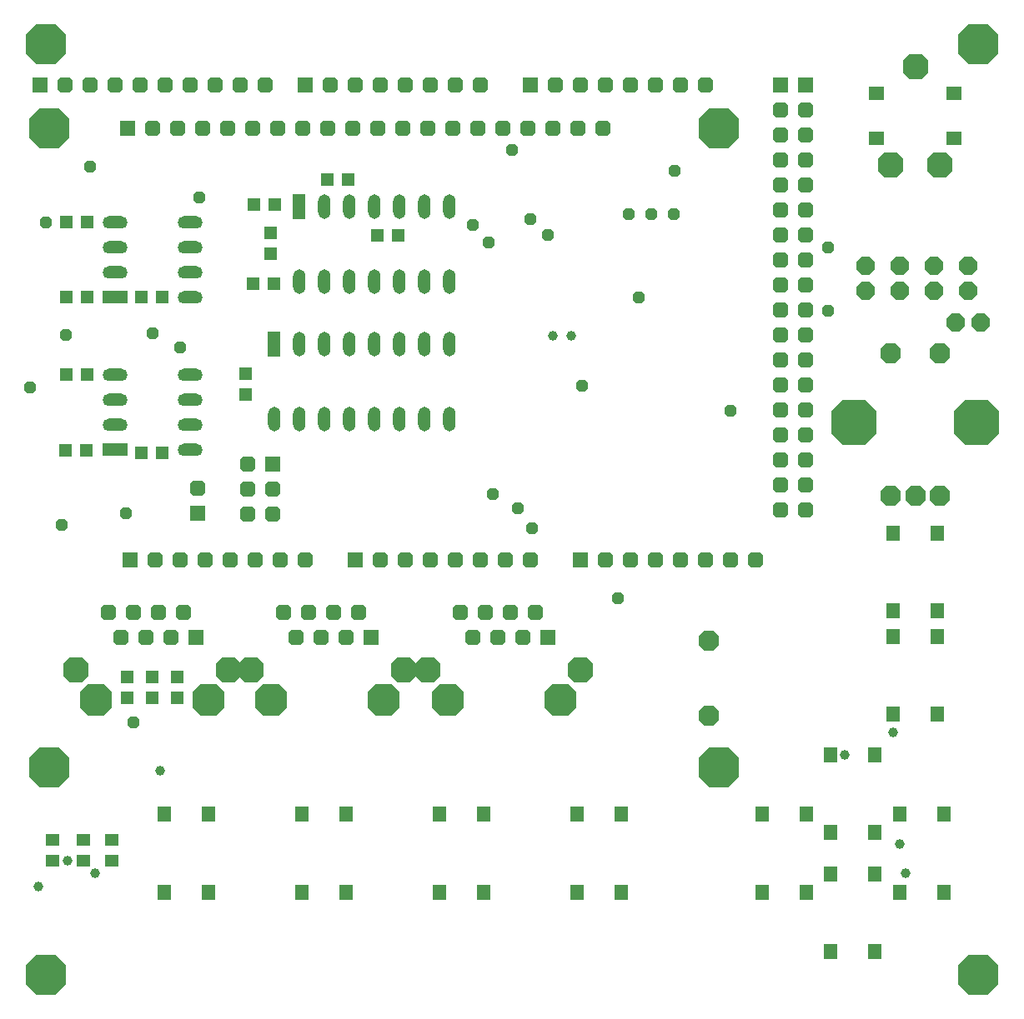
<source format=gts>
%FSLAX35Y35*%
%MOIN*%
%IN18=Loetstoppmaskeoben(X.GTS)*%
%ADD10C,0.00591*%
%ADD11C,0.00768*%
%ADD12C,0.01181*%
%ADD13C,0.01535*%
%ADD14C,0.01575*%
%ADD15C,0.01969*%
%ADD16C,0.02362*%
%ADD17C,0.02559*%
%ADD18C,0.02795*%
%ADD19C,0.03937*%
%AMR_20*21,1,0.01181,0.01181,0,0,0.000*%
%ADD20R_20*%
%AMR_21*21,1,0.01250,0.01250,0,0,0.000*%
%ADD21R_21*%
%AMR_22*21,1,0.01280,0.01280,0,0,0.000*%
%ADD22R_22*%
%AMR_23*21,1,0.01575,0.01575,0,0,0.000*%
%ADD23R_23*%
%AMR_24*21,1,0.01772,0.01772,0,0,0.000*%
%ADD24R_24*%
%AMR_25*21,1,0.01969,0.01969,0,0,0.000*%
%ADD25R_25*%
%AMR_26*21,1,0.02461,0.02461,0,0,0.000*%
%ADD26R_26*%
%AMR_27*21,1,0.04587,0.05433,0,0,90.000*%
%ADD27R_27*%
%AMR_28*21,1,0.05000,0.05000,0,0,0.000*%
%ADD28R_28*%
%AMR_29*21,1,0.05000,0.05000,0,0,90.000*%
%ADD29R_29*%
%AMR_30*21,1,0.05000,0.05000,0,0,180.000*%
%ADD30R_30*%
%AMR_31*21,1,0.05000,0.05000,0,0,270.000*%
%ADD31R_31*%
%AMR_32*21,1,0.05000,0.09843,0,0,0.000*%
%ADD32R_32*%
%AMR_33*21,1,0.05000,0.10000,0,0,90.000*%
%ADD33R_33*%
%AMR_34*21,1,0.05118,0.06102,0,0,0.000*%
%ADD34R_34*%
%AMR_35*21,1,0.05118,0.06102,0,0,90.000*%
%ADD35R_35*%
%AMR_36*21,1,0.19685,0.19685,0,0,0.000*%
%ADD36R_36*%
%AMOCT_37*4,1,8,0.023622,0.011811,0.011811,0.023622,-0.011811,0.023622,-0.023622,0.011811,-0.023622,-0.011811,-0.011811,-0.023622,0.011811,-0.023622,0.023622,-0.011811,0.023622,0.011811,0.000*%
%ADD37OCT_37*%
%AMOCT_38*4,1,8,0.031496,0.015748,0.015748,0.031496,-0.015748,0.031496,-0.031496,0.015748,-0.031496,-0.015748,-0.015748,-0.031496,0.015748,-0.031496,0.031496,-0.015748,0.031496,0.015748,-0.000*%
%ADD38OCT_38*%
%AMOCT_39*4,1,8,0.031496,0.015748,0.015748,0.031496,-0.015748,0.031496,-0.031496,0.015748,-0.031496,-0.015748,-0.015748,-0.031496,0.015748,-0.031496,0.031496,-0.015748,0.031496,0.015748,90.000*%
%ADD39OCT_39*%
%AMOCT_40*4,1,8,0.031496,0.015748,0.015748,0.031496,-0.015748,0.031496,-0.031496,0.015748,-0.031496,-0.015748,-0.015748,-0.031496,0.015748,-0.031496,0.031496,-0.015748,0.031496,0.015748,180.000*%
%ADD40OCT_40*%
%AMOCT_41*4,1,8,0.031496,0.015748,0.015748,0.031496,-0.015748,0.031496,-0.031496,0.015748,-0.031496,-0.015748,-0.015748,-0.031496,0.015748,-0.031496,0.031496,-0.015748,0.031496,0.015748,270.000*%
%ADD41OCT_41*%
%AMOCT_42*4,1,8,0.035433,0.017717,0.017717,0.035433,-0.017717,0.035433,-0.035433,0.017717,-0.035433,-0.017717,-0.017717,-0.035433,0.017717,-0.035433,0.035433,-0.017717,0.035433,0.017717,180.000*%
%ADD42OCT_42*%
%AMOCT_43*4,1,8,0.035433,0.017717,0.017717,0.035433,-0.017717,0.035433,-0.035433,0.017717,-0.035433,-0.017717,-0.017717,-0.035433,0.017717,-0.035433,0.035433,-0.017717,0.035433,0.017717,270.000*%
%ADD43OCT_43*%
%AMOCT_44*4,1,8,0.039370,0.019685,0.019685,0.039370,-0.019685,0.039370,-0.039370,0.019685,-0.039370,-0.019685,-0.019685,-0.039370,0.019685,-0.039370,0.039370,-0.019685,0.039370,0.019685,0.000*%
%ADD44OCT_44*%
%AMOCT_45*4,1,8,0.039370,0.019685,0.019685,0.039370,-0.019685,0.039370,-0.039370,0.019685,-0.039370,-0.019685,-0.019685,-0.039370,0.019685,-0.039370,0.039370,-0.019685,0.039370,0.019685,270.000*%
%ADD45OCT_45*%
%AMOCT_46*4,1,8,0.049213,0.024606,0.024606,0.049213,-0.024606,0.049213,-0.049213,0.024606,-0.049213,-0.024606,-0.024606,-0.049213,0.024606,-0.049213,0.049213,-0.024606,0.049213,0.024606,180.000*%
%ADD46OCT_46*%
%AMOCT_47*4,1,8,0.062992,0.031496,0.031496,0.062992,-0.031496,0.062992,-0.062992,0.031496,-0.062992,-0.031496,-0.031496,-0.062992,0.031496,-0.062992,0.062992,-0.031496,0.062992,0.031496,180.000*%
%ADD47OCT_47*%
%AMOCT_48*4,1,8,0.078740,0.039370,0.039370,0.078740,-0.039370,0.078740,-0.078740,0.039370,-0.078740,-0.039370,-0.039370,-0.078740,0.039370,-0.078740,0.078740,-0.039370,0.078740,0.039370,0.000*%
%ADD48OCT_48*%
%AMOCT_49*4,1,8,0.078740,0.039370,0.039370,0.078740,-0.039370,0.078740,-0.078740,0.039370,-0.078740,-0.039370,-0.039370,-0.078740,0.039370,-0.078740,0.078740,-0.039370,0.078740,0.039370,180.000*%
%ADD49OCT_49*%
%AMOCT_50*4,1,8,0.090551,0.045276,0.045276,0.090551,-0.045276,0.090551,-0.090551,0.045276,-0.090551,-0.045276,-0.045276,-0.090551,0.045276,-0.090551,0.090551,-0.045276,0.090551,0.045276,0.000*%
%ADD50OCT_50*%
%AMO_51*20,1,0.03937,-0.00787,0.00000,0.00787,0.00000,0*1,1,0.03937,-0.00787,0.00000*1,1,0.03937,0.00787,0.00000*%
%ADD51O_51*%
%AMO_52*20,1,0.05000,0.00000,-0.02421,0.00000,0.02421,0*1,1,0.05000,0.00000,-0.02421*1,1,0.05000,0.00000,0.02421*%
%ADD52O_52*%
%AMO_53*20,1,0.05000,0.02500,0.00000,-0.02500,0.00000,0*1,1,0.05000,0.02500,0.00000*1,1,0.05000,-0.02500,0.00000*%
%ADD53O_53*%
%AMRR_54*21,1,0.06299,0.05039,0,0,-0.000*21,1,0.05039,0.06299,0,0,-0.000*1,1,0.01260,0.02520,0.02520*1,1,0.01260,-0.02520,-0.02520*1,1,0.01260,0.02520,-0.02520*1,1,0.01260,-0.02520,0.02520*%
%ADD54RR_54*%
%AMRR_55*21,1,0.06299,0.05039,0,0,90.000*21,1,0.05039,0.06299,0,0,90.000*1,1,0.01260,-0.02520,0.02520*1,1,0.01260,0.02520,-0.02520*1,1,0.01260,0.02520,0.02520*1,1,0.01260,-0.02520,-0.02520*%
%ADD55RR_55*%
%AMRR_56*21,1,0.06299,0.05039,0,0,180.000*21,1,0.05039,0.06299,0,0,180.000*1,1,0.01260,-0.02520,-0.02520*1,1,0.01260,0.02520,0.02520*1,1,0.01260,-0.02520,0.02520*1,1,0.01260,0.02520,-0.02520*%
%ADD56RR_56*%
%AMRR_57*21,1,0.06299,0.05039,0,0,270.000*21,1,0.05039,0.06299,0,0,270.000*1,1,0.01260,0.02520,-0.02520*1,1,0.01260,-0.02520,0.02520*1,1,0.01260,-0.02520,-0.02520*1,1,0.01260,0.02520,0.02520*%
%ADD57RR_57*%
G54D19*
X349242Y107549D03*
X329950Y98651D03*
X354242Y51299D03*
X351742Y63090D03*
X56299Y92401D03*
X220590Y266225D03*
X213100Y266225D03*
X7450Y46050D03*
X19109Y56397D03*
X30088Y51397D03*
G54D27*
X36850Y64803D03*
X36850Y56397D03*
X25600Y64803D03*
X25600Y56397D03*
X13100Y64803D03*
X13100Y56397D03*
G54D28*
X26987Y220287D03*
X18587Y220287D03*
X101987Y287162D03*
X93587Y287162D03*
X57300Y219350D03*
X48900Y219350D03*
X57300Y281850D03*
X48900Y281850D03*
X27300Y250600D03*
X18900Y250600D03*
X27300Y281850D03*
X18900Y281850D03*
X27300Y311850D03*
X18900Y311850D03*
G54D30*
X143275Y306225D03*
X151675Y306225D03*
X123275Y328725D03*
X131675Y328725D03*
X93900Y318725D03*
X102300Y318725D03*
G54D31*
X90600Y242650D03*
X90600Y251050D03*
X100600Y298900D03*
X100600Y307300D03*
X43100Y121400D03*
X43100Y129800D03*
X53100Y121400D03*
X53100Y129800D03*
X63100Y121400D03*
X63100Y129800D03*
G54D32*
X101850Y263100D03*
X111850Y318100D03*
G54D33*
X38100Y220600D03*
X38100Y281850D03*
G54D34*
X75708Y74901D03*
X75708Y43799D03*
X57992Y74901D03*
X57992Y43799D03*
X130708Y74901D03*
X130708Y43799D03*
X112992Y74901D03*
X112992Y43799D03*
X185708Y74901D03*
X185708Y43799D03*
X167992Y74901D03*
X167992Y43799D03*
X240708Y74901D03*
X240708Y43799D03*
X222992Y74901D03*
X222992Y43799D03*
X366958Y146151D03*
X366958Y115049D03*
X349242Y146151D03*
X349242Y115049D03*
X366958Y187401D03*
X366958Y156299D03*
X349242Y187401D03*
X349242Y156299D03*
X314458Y74901D03*
X314458Y43799D03*
X296742Y74901D03*
X296742Y43799D03*
X341958Y51151D03*
X341958Y20049D03*
X324242Y51151D03*
X324242Y20049D03*
X369458Y74901D03*
X369458Y43799D03*
X351742Y74901D03*
X351742Y43799D03*
X341958Y98651D03*
X341958Y67549D03*
X324242Y98651D03*
X324242Y67549D03*
G54D35*
X342549Y363208D03*
X373651Y363208D03*
X342549Y345492D03*
X373651Y345492D03*
G54D37*
X196850Y340600D03*
X247650Y281850D03*
X71850Y321850D03*
X10600Y311850D03*
X18725Y266850D03*
X261850Y332475D03*
X261537Y314975D03*
X4350Y245600D03*
X16850Y190600D03*
X45600Y111850D03*
X42475Y195287D03*
X28100Y334037D03*
X284350Y236225D03*
X323100Y301850D03*
X323100Y276225D03*
X239350Y161225D03*
X187475Y303725D03*
X211225Y306850D03*
X252475Y314975D03*
X204975Y189350D03*
X199350Y197475D03*
X189350Y203100D03*
X224975Y246225D03*
X181225Y310600D03*
X204350Y313100D03*
X243725Y314975D03*
X64350Y261850D03*
X53100Y267475D03*
G54D38*
X18350Y366850D03*
X28350Y366850D03*
X38350Y366850D03*
X48350Y366850D03*
X58350Y366850D03*
X68350Y366850D03*
X78350Y366850D03*
X88350Y366850D03*
X98350Y366850D03*
X54350Y176850D03*
X64350Y176850D03*
X74350Y176850D03*
X84350Y176850D03*
X94350Y176850D03*
X104350Y176850D03*
X114350Y176850D03*
X144350Y176850D03*
X154350Y176850D03*
X164350Y176850D03*
X174350Y176850D03*
X184350Y176850D03*
X194350Y176850D03*
X204350Y176850D03*
X234350Y176850D03*
X244350Y176850D03*
X254350Y176850D03*
X264350Y176850D03*
X274350Y176850D03*
X284350Y176850D03*
X294350Y176850D03*
X214350Y366850D03*
X224350Y366850D03*
X234350Y366850D03*
X244350Y366850D03*
X254350Y366850D03*
X264350Y366850D03*
X274350Y366850D03*
X124350Y366850D03*
X134350Y366850D03*
X144350Y366850D03*
X154350Y366850D03*
X164350Y366850D03*
X174350Y366850D03*
X184350Y366850D03*
X53346Y349350D03*
X63346Y349350D03*
X73346Y349350D03*
X83346Y349350D03*
X93346Y349350D03*
X103346Y349350D03*
X113346Y349350D03*
X123346Y349350D03*
X133346Y349350D03*
X143346Y349350D03*
X153346Y349350D03*
X163346Y349350D03*
X173346Y349350D03*
X183346Y349350D03*
X193346Y349350D03*
X203346Y349350D03*
X213346Y349350D03*
X223346Y349350D03*
X233346Y349350D03*
G54D39*
X71225Y205287D03*
G54D40*
X135600Y155600D03*
X130600Y145600D03*
X125600Y155600D03*
X120600Y145600D03*
X115600Y155600D03*
X110600Y145600D03*
X105600Y155600D03*
X65600Y155600D03*
X60600Y145600D03*
X55600Y155600D03*
X50600Y145600D03*
X45600Y155600D03*
X40600Y145600D03*
X35600Y155600D03*
X206225Y155600D03*
X201225Y145600D03*
X196225Y155600D03*
X191225Y145600D03*
X186225Y155600D03*
X181225Y145600D03*
X176225Y155600D03*
G54D41*
X304350Y356850D03*
X304350Y346850D03*
X304350Y336850D03*
X304350Y326850D03*
X304350Y316850D03*
X304350Y306850D03*
X304350Y296850D03*
X304350Y286850D03*
X304350Y276850D03*
X304350Y266850D03*
X304350Y256850D03*
X304350Y246850D03*
X304350Y236850D03*
X304350Y226850D03*
X304350Y216850D03*
X304350Y206850D03*
X304350Y196850D03*
X314350Y356850D03*
X314350Y346850D03*
X314350Y336850D03*
X314350Y326850D03*
X314350Y316850D03*
X314350Y306850D03*
X314350Y296850D03*
X314350Y286850D03*
X314350Y276850D03*
X314350Y266850D03*
X314350Y256850D03*
X314350Y246850D03*
X314350Y236850D03*
X314350Y226850D03*
X314350Y216850D03*
X314350Y206850D03*
X314350Y196850D03*
X91225Y214975D03*
X101225Y204975D03*
X91225Y204975D03*
X101225Y194975D03*
X91225Y194975D03*
G54D42*
X384350Y271850D03*
X374350Y271850D03*
G54D43*
X338100Y294350D03*
X338100Y284350D03*
X351850Y294350D03*
X351850Y284350D03*
X365600Y294350D03*
X365600Y284350D03*
X379350Y294350D03*
X379350Y284350D03*
G54D44*
X348257Y202322D03*
X358100Y202322D03*
X367942Y202322D03*
X348257Y259409D03*
X367942Y259409D03*
G54D45*
X275600Y144350D03*
X275600Y114350D03*
G54D46*
X367942Y334665D03*
X348257Y334665D03*
X358100Y374035D03*
X92588Y132608D03*
X153612Y132608D03*
X22588Y132608D03*
X83612Y132608D03*
X163213Y132608D03*
X224237Y132608D03*
G54D47*
X145600Y120600D03*
X100600Y120600D03*
X75600Y120600D03*
X30600Y120600D03*
X216225Y120600D03*
X171225Y120600D03*
G54D48*
X383100Y10600D03*
X10600Y10600D03*
X10600Y383100D03*
X383100Y383100D03*
G54D49*
X11742Y93759D03*
X11742Y349350D03*
X279458Y93759D03*
X279458Y349350D03*
G54D50*
X333494Y231850D03*
X382706Y231850D03*
G54D52*
X111850Y263100D03*
X121850Y263100D03*
X131850Y263100D03*
X141850Y263100D03*
X151850Y263100D03*
X161850Y263100D03*
X171850Y263100D03*
X171850Y233100D03*
X161850Y233100D03*
X151850Y233100D03*
X141850Y233100D03*
X131850Y233100D03*
X121850Y233100D03*
X111850Y233100D03*
X101850Y233100D03*
X121850Y318100D03*
X131850Y318100D03*
X141850Y318100D03*
X151850Y318100D03*
X161850Y318100D03*
X171850Y318100D03*
X171850Y288100D03*
X161850Y288100D03*
X151850Y288100D03*
X141850Y288100D03*
X131850Y288100D03*
X121850Y288100D03*
X111850Y288100D03*
G54D53*
X38100Y230600D03*
X38100Y240600D03*
X38100Y250600D03*
X68100Y250600D03*
X68100Y240600D03*
X68100Y230600D03*
X68100Y220600D03*
X38100Y291850D03*
X38100Y301850D03*
X38100Y311850D03*
X68100Y311850D03*
X68100Y301850D03*
X68100Y291850D03*
X68100Y281850D03*
G54D54*
X8350Y366850D03*
X44350Y176850D03*
X134350Y176850D03*
X224350Y176850D03*
X204350Y366850D03*
X114350Y366850D03*
X43346Y349350D03*
G54D55*
X71225Y195287D03*
G54D56*
X140600Y145600D03*
X70600Y145600D03*
X211225Y145600D03*
G54D57*
X304350Y366850D03*
X314350Y366850D03*
X101225Y214975D03*
M02*

</source>
